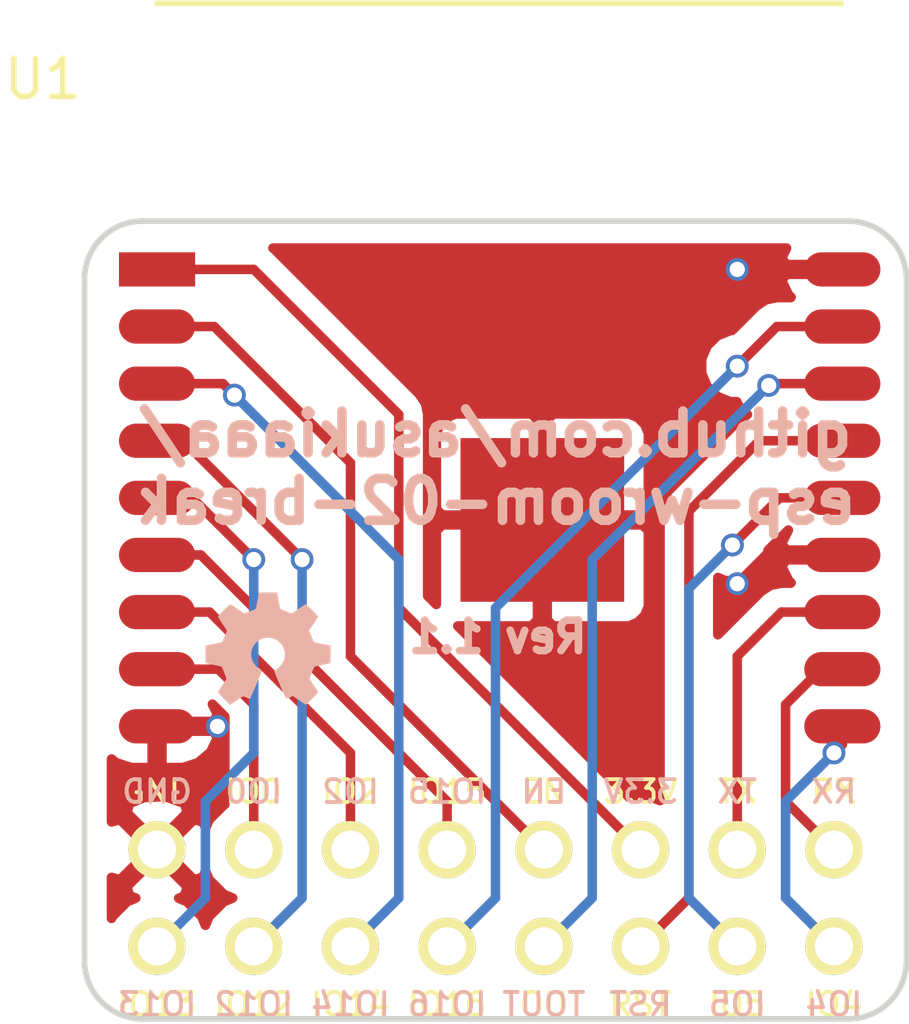
<source format=kicad_pcb>
(kicad_pcb (version 4) (host pcbnew 4.0.2+dfsg1-stable)

  (general
    (links 19)
    (no_connects 2)
    (area 146.609999 104.064999 168.350001 125.170001)
    (thickness 1.6)
    (drawings 42)
    (tracks 77)
    (zones 0)
    (modules 4)
    (nets 17)
  )

  (page A4)
  (layers
    (0 F.Cu signal)
    (31 B.Cu signal)
    (32 B.Adhes user)
    (33 F.Adhes user)
    (34 B.Paste user)
    (35 F.Paste user)
    (36 B.SilkS user)
    (37 F.SilkS user)
    (38 B.Mask user)
    (39 F.Mask user)
    (40 Dwgs.User user)
    (41 Cmts.User user)
    (42 Eco1.User user)
    (43 Eco2.User user)
    (44 Edge.Cuts user)
    (45 Margin user)
    (46 B.CrtYd user)
    (47 F.CrtYd user)
    (48 B.Fab user)
    (49 F.Fab user)
  )

  (setup
    (last_trace_width 0.25)
    (trace_clearance 0.2)
    (zone_clearance 0.508)
    (zone_45_only no)
    (trace_min 0.2)
    (segment_width 0.2)
    (edge_width 0.15)
    (via_size 0.6)
    (via_drill 0.4)
    (via_min_size 0.4)
    (via_min_drill 0.3)
    (uvia_size 0.3)
    (uvia_drill 0.1)
    (uvias_allowed no)
    (uvia_min_size 0.2)
    (uvia_min_drill 0.1)
    (pcb_text_width 0.3)
    (pcb_text_size 1.5 1.5)
    (mod_edge_width 0.15)
    (mod_text_size 1 1)
    (mod_text_width 0.15)
    (pad_size 1.524 1.524)
    (pad_drill 0.762)
    (pad_to_mask_clearance 0.2)
    (aux_axis_origin 0 0)
    (visible_elements FFFFFF7F)
    (pcbplotparams
      (layerselection 0x00030_80000001)
      (usegerberextensions false)
      (excludeedgelayer true)
      (linewidth 0.100000)
      (plotframeref false)
      (viasonmask false)
      (mode 1)
      (useauxorigin false)
      (hpglpennumber 1)
      (hpglpenspeed 20)
      (hpglpendiameter 15)
      (hpglpenoverlay 2)
      (psnegative false)
      (psa4output false)
      (plotreference true)
      (plotvalue true)
      (plotinvisibletext false)
      (padsonsilk false)
      (subtractmaskfromsilk false)
      (outputformat 1)
      (mirror false)
      (drillshape 1)
      (scaleselection 1)
      (outputdirectory ""))
  )

  (net 0 "")
  (net 1 "Net-(J1-Pad1)")
  (net 2 "Net-(J1-Pad2)")
  (net 3 "Net-(J1-Pad3)")
  (net 4 "Net-(J1-Pad4)")
  (net 5 "Net-(J1-Pad5)")
  (net 6 "Net-(J1-Pad6)")
  (net 7 "Net-(J2-Pad1)")
  (net 8 "Net-(J2-Pad2)")
  (net 9 "Net-(J2-Pad3)")
  (net 10 "Net-(J2-Pad4)")
  (net 11 "Net-(J2-Pad5)")
  (net 12 "Net-(J2-Pad6)")
  (net 13 "Net-(J1-Pad7)")
  (net 14 GND)
  (net 15 "Net-(J2-Pad7)")
  (net 16 "Net-(J2-Pad8)")

  (net_class Default "This is the default net class."
    (clearance 0.2)
    (trace_width 0.25)
    (via_dia 0.6)
    (via_drill 0.4)
    (uvia_dia 0.3)
    (uvia_drill 0.1)
    (add_net GND)
    (add_net "Net-(J1-Pad1)")
    (add_net "Net-(J1-Pad2)")
    (add_net "Net-(J1-Pad3)")
    (add_net "Net-(J1-Pad4)")
    (add_net "Net-(J1-Pad5)")
    (add_net "Net-(J1-Pad6)")
    (add_net "Net-(J1-Pad7)")
    (add_net "Net-(J2-Pad1)")
    (add_net "Net-(J2-Pad2)")
    (add_net "Net-(J2-Pad3)")
    (add_net "Net-(J2-Pad4)")
    (add_net "Net-(J2-Pad5)")
    (add_net "Net-(J2-Pad6)")
    (add_net "Net-(J2-Pad7)")
    (add_net "Net-(J2-Pad8)")
  )

  (module ESP8266:ESP-13-WROOM-02 (layer F.Cu) (tedit 5839B1DE) (tstamp 5839A5E9)
    (at 148.59 105.41)
    (descr "Module, ESP-8266, ESP-13-WROOM-02, 18 pad, SMD")
    (tags "Module ESP-8266 ESP8266")
    (path /58396523)
    (fp_text reference U1 (at -3 -5) (layer F.SilkS)
      (effects (font (size 1 1) (thickness 0.15)))
    )
    (fp_text value ESP-13-WROOM-02 (at 9 0) (layer F.Fab)
      (effects (font (size 1 1) (thickness 0.15)))
    )
    (fp_line (start 17.9705 -6.985) (end 0 -6.985) (layer F.SilkS) (width 0.1524))
    (fp_line (start 18 -7) (end 0 -1.2) (layer F.CrtYd) (width 0.1524))
    (fp_line (start 0 -7) (end 18 -1.2) (layer F.CrtYd) (width 0.1524))
    (fp_text user "No Copper" (at 9 -4) (layer F.CrtYd)
      (effects (font (size 1 1) (thickness 0.15)))
    )
    (fp_line (start 0 -7) (end 0 -1.2) (layer F.CrtYd) (width 0.1524))
    (fp_line (start 0 -1.2) (end 18 -1.2) (layer F.CrtYd) (width 0.1524))
    (fp_line (start 18 -1.2) (end 18 -7) (layer F.CrtYd) (width 0.1524))
    (fp_line (start 18 -7) (end 0 -7) (layer F.CrtYd) (width 0.1524))
    (fp_line (start 18 -7) (end 18 13) (layer F.Fab) (width 0.05))
    (fp_line (start 0 13) (end 18 13) (layer F.Fab) (width 0.05))
    (fp_line (start 0 13) (end 0 -7) (layer F.Fab) (width 0.05))
    (fp_line (start 0 -7) (end 18 -7) (layer F.Fab) (width 0.05))
    (pad 10 smd oval (at 18 12) (size 2 0.9) (layers F.Cu F.Paste F.Mask)
      (net 7 "Net-(J2-Pad1)"))
    (pad 9 smd oval (at 0 12) (size 2 0.9) (layers F.Cu F.Paste F.Mask)
      (net 14 GND))
    (pad 1 smd rect (at 0 0) (size 2 0.9) (layers F.Cu F.Paste F.Mask)
      (net 3 "Net-(J1-Pad3)"))
    (pad 2 smd oval (at 0 1.5) (size 2 0.9) (layers F.Cu F.Paste F.Mask)
      (net 4 "Net-(J1-Pad4)"))
    (pad 3 smd oval (at 0 3) (size 2 0.9) (layers F.Cu F.Paste F.Mask)
      (net 12 "Net-(J2-Pad6)"))
    (pad 4 smd oval (at 0 4.5) (size 2 0.9) (layers F.Cu F.Paste F.Mask)
      (net 15 "Net-(J2-Pad7)"))
    (pad 5 smd oval (at 0 6) (size 2 0.9) (layers F.Cu F.Paste F.Mask)
      (net 16 "Net-(J2-Pad8)"))
    (pad 6 smd oval (at 0 7.5) (size 2 0.9) (layers F.Cu F.Paste F.Mask)
      (net 5 "Net-(J1-Pad5)"))
    (pad 7 smd oval (at 0 9) (size 2 0.9) (layers F.Cu F.Paste F.Mask)
      (net 6 "Net-(J1-Pad6)"))
    (pad 8 smd oval (at 0 10.5) (size 2 0.9) (layers F.Cu F.Paste F.Mask)
      (net 13 "Net-(J1-Pad7)"))
    (pad 11 smd oval (at 18 10.5) (size 2 0.9) (layers F.Cu F.Paste F.Mask)
      (net 1 "Net-(J1-Pad1)"))
    (pad 12 smd oval (at 18 9) (size 2 0.9) (layers F.Cu F.Paste F.Mask)
      (net 2 "Net-(J1-Pad2)"))
    (pad 13 smd oval (at 18 7.5) (size 2 0.9) (layers F.Cu F.Paste F.Mask)
      (net 14 GND))
    (pad 14 smd oval (at 18 6) (size 2 0.9) (layers F.Cu F.Paste F.Mask)
      (net 8 "Net-(J2-Pad2)"))
    (pad 15 smd oval (at 18 4.5) (size 2 0.9) (layers F.Cu F.Paste F.Mask)
      (net 9 "Net-(J2-Pad3)"))
    (pad 16 smd oval (at 18 3) (size 2 0.9) (layers F.Cu F.Paste F.Mask)
      (net 10 "Net-(J2-Pad4)"))
    (pad 17 smd oval (at 18 1.5) (size 2 0.9) (layers F.Cu F.Paste F.Mask)
      (net 11 "Net-(J2-Pad5)"))
    (pad 18 smd oval (at 18 0) (size 2 0.9) (layers F.Cu F.Paste F.Mask)
      (net 14 GND))
    (pad PAD smd rect (at 10.12 6.58) (size 4.3 4.3) (layers F.Cu F.Paste F.Mask)
      (net 14 GND))
    (model ${ESPLIB}/ESP8266.3dshapes/ESP-13-wroom-02.wrl
      (at (xyz 0 0 0))
      (scale (xyz 0.3937 0.3937 0.3937))
      (rotate (xyz 0 0 0))
    )
  )

  (module simple_headers:Pin_Header_Straight_1x08_small (layer F.Cu) (tedit 5839A522) (tstamp 5839A5C6)
    (at 166.37 120.65 270)
    (descr "Through hole pin header")
    (tags "pin header")
    (path /58399F78)
    (fp_text reference J1 (at 0 -5.1 270) (layer F.SilkS) hide
      (effects (font (size 1 1) (thickness 0.15)))
    )
    (fp_text value HEADER_8 (at 0 -3.1 270) (layer F.Fab) hide
      (effects (font (size 1 1) (thickness 0.15)))
    )
    (pad 1 thru_hole circle (at 0 0 270) (size 1.5 1.5) (drill 1) (layers *.Cu *.Mask F.SilkS)
      (net 1 "Net-(J1-Pad1)"))
    (pad 2 thru_hole circle (at 0 2.54 270) (size 1.5 1.5) (drill 1) (layers *.Cu *.Mask F.SilkS)
      (net 2 "Net-(J1-Pad2)"))
    (pad 3 thru_hole circle (at 0 5.08 270) (size 1.5 1.5) (drill 1) (layers *.Cu *.Mask F.SilkS)
      (net 3 "Net-(J1-Pad3)"))
    (pad 4 thru_hole circle (at 0 7.62 270) (size 1.5 1.5) (drill 1) (layers *.Cu *.Mask F.SilkS)
      (net 4 "Net-(J1-Pad4)"))
    (pad 5 thru_hole circle (at 0 10.16 270) (size 1.5 1.5) (drill 1) (layers *.Cu *.Mask F.SilkS)
      (net 5 "Net-(J1-Pad5)"))
    (pad 6 thru_hole circle (at 0 12.7 270) (size 1.5 1.5) (drill 1) (layers *.Cu *.Mask F.SilkS)
      (net 6 "Net-(J1-Pad6)"))
    (pad 7 thru_hole circle (at 0 15.24 270) (size 1.5 1.5) (drill 1) (layers *.Cu *.Mask F.SilkS)
      (net 13 "Net-(J1-Pad7)"))
    (pad 8 thru_hole circle (at 0 17.78 270) (size 1.5 1.5) (drill 1) (layers *.Cu *.Mask F.SilkS)
      (net 14 GND))
    (model Pin_Headers.3dshapes/Pin_Header_Straight_1x08.wrl
      (at (xyz 0 -0.35 0))
      (scale (xyz 1 1 1))
      (rotate (xyz 0 0 90))
    )
  )

  (module simple_headers:Pin_Header_Straight_1x08_small (layer F.Cu) (tedit 5839A522) (tstamp 5839A5D2)
    (at 166.37 123.19 270)
    (descr "Through hole pin header")
    (tags "pin header")
    (path /58399FB2)
    (fp_text reference J2 (at 0 -5.1 270) (layer F.SilkS) hide
      (effects (font (size 1 1) (thickness 0.15)))
    )
    (fp_text value HEADER_8 (at 0 -3.1 270) (layer F.Fab) hide
      (effects (font (size 1 1) (thickness 0.15)))
    )
    (pad 1 thru_hole circle (at 0 0 270) (size 1.5 1.5) (drill 1) (layers *.Cu *.Mask F.SilkS)
      (net 7 "Net-(J2-Pad1)"))
    (pad 2 thru_hole circle (at 0 2.54 270) (size 1.5 1.5) (drill 1) (layers *.Cu *.Mask F.SilkS)
      (net 8 "Net-(J2-Pad2)"))
    (pad 3 thru_hole circle (at 0 5.08 270) (size 1.5 1.5) (drill 1) (layers *.Cu *.Mask F.SilkS)
      (net 9 "Net-(J2-Pad3)"))
    (pad 4 thru_hole circle (at 0 7.62 270) (size 1.5 1.5) (drill 1) (layers *.Cu *.Mask F.SilkS)
      (net 10 "Net-(J2-Pad4)"))
    (pad 5 thru_hole circle (at 0 10.16 270) (size 1.5 1.5) (drill 1) (layers *.Cu *.Mask F.SilkS)
      (net 11 "Net-(J2-Pad5)"))
    (pad 6 thru_hole circle (at 0 12.7 270) (size 1.5 1.5) (drill 1) (layers *.Cu *.Mask F.SilkS)
      (net 12 "Net-(J2-Pad6)"))
    (pad 7 thru_hole circle (at 0 15.24 270) (size 1.5 1.5) (drill 1) (layers *.Cu *.Mask F.SilkS)
      (net 15 "Net-(J2-Pad7)"))
    (pad 8 thru_hole circle (at 0 17.78 270) (size 1.5 1.5) (drill 1) (layers *.Cu *.Mask F.SilkS)
      (net 16 "Net-(J2-Pad8)"))
    (model Pin_Headers.3dshapes/Pin_Header_Straight_1x08.wrl
      (at (xyz 0 -0.35 0))
      (scale (xyz 1 1 1))
      (rotate (xyz 0 0 90))
    )
  )

  (module oshw-logo:oshw-3p4mm (layer B.Cu) (tedit 0) (tstamp 586BA47A)
    (at 151.511 115.3795 180)
    (fp_text reference G*** (at 0 0 180) (layer B.SilkS) hide
      (effects (font (thickness 0.3)) (justify mirror))
    )
    (fp_text value LOGO (at 0.75 0 180) (layer B.SilkS) hide
      (effects (font (thickness 0.3)) (justify mirror))
    )
    (fp_poly (pts (xy 0.275625 1.278283) (xy 0.28777 1.213229) (xy 0.299235 1.154924) (xy 0.309227 1.107164)
      (xy 0.316955 1.073748) (xy 0.321479 1.058739) (xy 0.334974 1.047928) (xy 0.364634 1.031911)
      (xy 0.405827 1.012571) (xy 0.453918 0.991794) (xy 0.504273 0.971462) (xy 0.552259 0.953459)
      (xy 0.593242 0.939671) (xy 0.622588 0.931979) (xy 0.634528 0.931465) (xy 0.648514 0.939502)
      (xy 0.677391 0.957992) (xy 0.717907 0.984788) (xy 0.766812 1.017745) (xy 0.814003 1.049997)
      (xy 0.867479 1.086534) (xy 0.915302 1.118756) (xy 0.954253 1.144529) (xy 0.981112 1.161719)
      (xy 0.992188 1.168053) (xy 1.004331 1.162411) (xy 1.028606 1.143465) (xy 1.062105 1.11409)
      (xy 1.101921 1.077157) (xy 1.145148 1.03554) (xy 1.188877 0.992112) (xy 1.230202 0.949745)
      (xy 1.266215 0.911314) (xy 1.294009 0.87969) (xy 1.310678 0.857747) (xy 1.314174 0.849856)
      (xy 1.30818 0.835579) (xy 1.291517 0.806387) (xy 1.266162 0.76547) (xy 1.23409 0.716022)
      (xy 1.198218 0.662609) (xy 1.161555 0.608182) (xy 1.12966 0.559476) (xy 1.104502 0.519609)
      (xy 1.088047 0.491696) (xy 1.082261 0.478927) (xy 1.086511 0.463964) (xy 1.097947 0.433512)
      (xy 1.114592 0.392184) (xy 1.134475 0.344589) (xy 1.155619 0.295339) (xy 1.176053 0.249044)
      (xy 1.1938 0.210315) (xy 1.206888 0.183762) (xy 1.212629 0.174432) (xy 1.224679 0.170659)
      (xy 1.254359 0.163635) (xy 1.297591 0.154178) (xy 1.350297 0.143108) (xy 1.408397 0.131244)
      (xy 1.467815 0.119404) (xy 1.524471 0.108407) (xy 1.574288 0.099072) (xy 1.613185 0.092218)
      (xy 1.637087 0.088664) (xy 1.641401 0.088348) (xy 1.643715 0.077972) (xy 1.645264 0.049478)
      (xy 1.64611 0.006822) (xy 1.646312 -0.046041) (xy 1.64593 -0.105158) (xy 1.645023 -0.166573)
      (xy 1.643652 -0.226331) (xy 1.641875 -0.280478) (xy 1.639753 -0.325059) (xy 1.637345 -0.35612)
      (xy 1.634712 -0.369706) (xy 1.63448 -0.369929) (xy 1.620515 -0.374079) (xy 1.588527 -0.381411)
      (xy 1.542222 -0.391144) (xy 1.485306 -0.402495) (xy 1.429355 -0.413208) (xy 1.364876 -0.426013)
      (xy 1.308077 -0.438601) (xy 1.26264 -0.450055) (xy 1.232244 -0.459459) (xy 1.221087 -0.46504)
      (xy 1.212051 -0.480596) (xy 1.197318 -0.512066) (xy 1.178783 -0.554756) (xy 1.158336 -0.603971)
      (xy 1.137872 -0.655013) (xy 1.119282 -0.703188) (xy 1.104459 -0.743801) (xy 1.095296 -0.772154)
      (xy 1.093263 -0.782171) (xy 1.099295 -0.795653) (xy 1.116001 -0.823962) (xy 1.141335 -0.863866)
      (xy 1.173256 -0.912133) (xy 1.203739 -0.956883) (xy 1.239683 -1.010002) (xy 1.270735 -1.057845)
      (xy 1.29484 -1.097085) (xy 1.309945 -1.124397) (xy 1.314174 -1.135643) (xy 1.306729 -1.14804)
      (xy 1.286335 -1.172761) (xy 1.2559 -1.206816) (xy 1.218336 -1.247211) (xy 1.176551 -1.290955)
      (xy 1.133455 -1.335056) (xy 1.091959 -1.376522) (xy 1.054972 -1.41236) (xy 1.025403 -1.439578)
      (xy 1.006163 -1.455185) (xy 1.000935 -1.457739) (xy 0.989182 -1.451779) (xy 0.962489 -1.435276)
      (xy 0.924049 -1.410296) (xy 0.877055 -1.378906) (xy 0.838293 -1.35252) (xy 0.786184 -1.317082)
      (xy 0.739484 -1.285899) (xy 0.701621 -1.261216) (xy 0.676023 -1.245275) (xy 0.66714 -1.240483)
      (xy 0.648945 -1.241741) (xy 0.617469 -1.251497) (xy 0.578887 -1.26779) (xy 0.574261 -1.27)
      (xy 0.536074 -1.286809) (xy 0.504354 -1.297758) (xy 0.485199 -1.300793) (xy 0.483815 -1.30045)
      (xy 0.47719 -1.289714) (xy 0.463348 -1.261404) (xy 0.443505 -1.218358) (xy 0.418877 -1.163415)
      (xy 0.390678 -1.099416) (xy 0.360126 -1.029199) (xy 0.328435 -0.955604) (xy 0.296821 -0.881469)
      (xy 0.2665 -0.809635) (xy 0.238687 -0.74294) (xy 0.214598 -0.684224) (xy 0.195449 -0.636325)
      (xy 0.182455 -0.602084) (xy 0.176831 -0.584339) (xy 0.176696 -0.583135) (xy 0.184969 -0.57395)
      (xy 0.20706 -0.555233) (xy 0.238877 -0.53038) (xy 0.253573 -0.51936) (xy 0.330537 -0.450235)
      (xy 0.389124 -0.372168) (xy 0.429154 -0.287651) (xy 0.450447 -0.199175) (xy 0.452823 -0.109232)
      (xy 0.436104 -0.020313) (xy 0.400108 0.065091) (xy 0.344658 0.144487) (xy 0.304421 0.185968)
      (xy 0.22826 0.242614) (xy 0.146448 0.279805) (xy 0.061448 0.298628) (xy -0.024274 0.300171)
      (xy -0.108256 0.285522) (xy -0.188033 0.255767) (xy -0.261141 0.211994) (xy -0.325116 0.15529)
      (xy -0.377494 0.086743) (xy -0.415811 0.007439) (xy -0.437602 -0.081534) (xy -0.441739 -0.143289)
      (xy -0.431299 -0.242212) (xy -0.400193 -0.333644) (xy -0.348741 -0.416983) (xy -0.277263 -0.491624)
      (xy -0.242529 -0.51936) (xy -0.207941 -0.545731) (xy -0.181424 -0.567338) (xy -0.167071 -0.580786)
      (xy -0.165652 -0.583135) (xy -0.169854 -0.597753) (xy -0.181647 -0.629358) (xy -0.199817 -0.675111)
      (xy -0.223145 -0.732172) (xy -0.250415 -0.797702) (xy -0.280411 -0.868862) (xy -0.311915 -0.942812)
      (xy -0.343712 -1.016714) (xy -0.374584 -1.087727) (xy -0.403315 -1.153012) (xy -0.428689 -1.209731)
      (xy -0.449487 -1.255043) (xy -0.464495 -1.286109) (xy -0.472495 -1.300091) (xy -0.473076 -1.300567)
      (xy -0.489823 -1.298762) (xy -0.520157 -1.288581) (xy -0.558196 -1.27208) (xy -0.56738 -1.267625)
      (xy -0.646043 -1.228681) (xy -0.813446 -1.34321) (xy -0.867123 -1.379597) (xy -0.914703 -1.411215)
      (xy -0.953142 -1.436092) (xy -0.979391 -1.452254) (xy -0.99029 -1.457739) (xy -1.000664 -1.450268)
      (xy -1.023989 -1.429454) (xy -1.057724 -1.397694) (xy -1.099326 -1.357387) (xy -1.146253 -1.31093)
      (xy -1.15143 -1.305748) (xy -1.198454 -1.257723) (xy -1.239547 -1.214016) (xy -1.272291 -1.17734)
      (xy -1.294271 -1.150412) (xy -1.303068 -1.135945) (xy -1.30313 -1.135352) (xy -1.297091 -1.120609)
      (xy -1.280342 -1.09116) (xy -1.254938 -1.050322) (xy -1.222933 -1.001415) (xy -1.192695 -0.956883)
      (xy -1.156814 -0.904082) (xy -1.125798 -0.856922) (xy -1.101691 -0.818635) (xy -1.086536 -0.792454)
      (xy -1.08222 -0.782171) (xy -1.086318 -0.765138) (xy -1.097396 -0.732573) (xy -1.11356 -0.689173)
      (xy -1.132918 -0.639633) (xy -1.153577 -0.588649) (xy -1.173644 -0.540916) (xy -1.191227 -0.50113)
      (xy -1.204434 -0.473986) (xy -1.210043 -0.46504) (xy -1.225203 -0.458026) (xy -1.258452 -0.448203)
      (xy -1.306109 -0.436488) (xy -1.364493 -0.423798) (xy -1.418311 -0.413208) (xy -1.481503 -0.401079)
      (xy -1.537345 -0.389879) (xy -1.582134 -0.380393) (xy -1.612162 -0.3734) (xy -1.623436 -0.369929)
      (xy -1.626086 -0.358011) (xy -1.628515 -0.328282) (xy -1.630663 -0.284696) (xy -1.632472 -0.231209)
      (xy -1.63388 -0.171774) (xy -1.634829 -0.110346) (xy -1.635258 -0.050881) (xy -1.635108 0.002668)
      (xy -1.634319 0.046346) (xy -1.632831 0.076198) (xy -1.630585 0.088269) (xy -1.630358 0.088348)
      (xy -1.613257 0.090427) (xy -1.579603 0.096118) (xy -1.533473 0.104603) (xy -1.478947 0.115062)
      (xy -1.420102 0.126677) (xy -1.361017 0.138628) (xy -1.305771 0.150098) (xy -1.258441 0.160267)
      (xy -1.223106 0.168317) (xy -1.203845 0.173428) (xy -1.201585 0.174432) (xy -1.193564 0.18813)
      (xy -1.179327 0.217641) (xy -1.160847 0.258354) (xy -1.140099 0.305658) (xy -1.119056 0.354943)
      (xy -1.099694 0.401597) (xy -1.083985 0.441011) (xy -1.073904 0.468573) (xy -1.071217 0.478927)
      (xy -1.077192 0.492041) (xy -1.093806 0.520175) (xy -1.11909 0.560212) (xy -1.151079 0.609037)
      (xy -1.187174 0.662609) (xy -1.223892 0.717304) (xy -1.255824 0.766582) (xy -1.280991 0.807251)
      (xy -1.297418 0.836118) (xy -1.30313 0.849856) (xy -1.295617 0.863639) (xy -1.275015 0.889042)
      (xy -1.244231 0.923192) (xy -1.206174 0.963217) (xy -1.163749 1.006244) (xy -1.119864 1.049398)
      (xy -1.077427 1.089809) (xy -1.039344 1.124601) (xy -1.008523 1.150903) (xy -0.987871 1.165842)
      (xy -0.981144 1.168053) (xy -0.967591 1.16018) (xy -0.939111 1.141848) (xy -0.898926 1.115189)
      (xy -0.850255 1.082337) (xy -0.80296 1.049997) (xy -0.749375 1.013408) (xy -0.701332 0.981097)
      (xy -0.662079 0.955211) (xy -0.634868 0.937898) (xy -0.623484 0.931465) (xy -0.606679 0.932972)
      (xy -0.574558 0.942073) (xy -0.531754 0.956884) (xy -0.482901 0.97552) (xy -0.432633 0.996098)
      (xy -0.385584 1.016733) (xy -0.346387 1.035543) (xy -0.319677 1.050642) (xy -0.310435 1.058739)
      (xy -0.3056 1.074982) (xy -0.297744 1.109182) (xy -0.287662 1.157542) (xy -0.276145 1.216263)
      (xy -0.264581 1.278283) (xy -0.227912 1.479826) (xy 0.238956 1.479826) (xy 0.275625 1.278283)) (layer B.SilkS) (width 0.01))
  )

  (gr_line (start 146.685 123.571) (end 146.685 105.664) (angle 90) (layer Edge.Cuts) (width 0.15))
  (gr_line (start 166.751 125.095) (end 148.209 125.095) (angle 90) (layer Edge.Cuts) (width 0.15))
  (gr_line (start 168.275 105.664) (end 168.275 123.571) (angle 90) (layer Edge.Cuts) (width 0.15))
  (gr_line (start 148.209 104.14) (end 166.751 104.14) (angle 90) (layer Edge.Cuts) (width 0.15))
  (gr_arc (start 166.751 105.664) (end 166.751 104.14) (angle 90) (layer Edge.Cuts) (width 0.15))
  (gr_arc (start 148.209 105.664) (end 146.685 105.664) (angle 90) (layer Edge.Cuts) (width 0.15))
  (gr_arc (start 148.209 123.571) (end 148.209 125.095) (angle 90) (layer Edge.Cuts) (width 0.15))
  (gr_arc (start 166.751 123.571) (end 168.275 123.571) (angle 90) (layer Edge.Cuts) (width 0.15))
  (gr_text "Rev 1.1" (at 157.5435 115.062) (layer B.SilkS)
    (effects (font (size 0.8 0.8) (thickness 0.2)) (justify mirror))
  )
  (gr_text "github.com/asukiaaa/\nesp-wroom-02-break" (at 157.48 110.617) (layer B.SilkS)
    (effects (font (size 1.1 1.1) (thickness 0.25)) (justify mirror))
  )
  (gr_text IO13 (at 148.59 124.714) (layer B.SilkS)
    (effects (font (size 0.6 0.6) (thickness 0.1)) (justify mirror))
  )
  (gr_text IO12 (at 151.13 124.714) (layer B.SilkS)
    (effects (font (size 0.6 0.6) (thickness 0.1)) (justify mirror))
  )
  (gr_text IO14 (at 153.67 124.714) (layer B.SilkS)
    (effects (font (size 0.6 0.6) (thickness 0.1)) (justify mirror))
  )
  (gr_text IO16 (at 156.21 124.714) (layer B.SilkS)
    (effects (font (size 0.6 0.6) (thickness 0.1)) (justify mirror))
  )
  (gr_text TOUT (at 158.75 124.714) (layer B.SilkS)
    (effects (font (size 0.6 0.6) (thickness 0.1)) (justify mirror))
  )
  (gr_text RST (at 161.29 124.714) (layer B.SilkS)
    (effects (font (size 0.6 0.6) (thickness 0.1)) (justify mirror))
  )
  (gr_text IO5 (at 163.83 124.714) (layer B.SilkS)
    (effects (font (size 0.6 0.6) (thickness 0.1)) (justify mirror))
  )
  (gr_text IO4 (at 166.37 124.714) (layer B.SilkS)
    (effects (font (size 0.6 0.6) (thickness 0.1)) (justify mirror))
  )
  (gr_text RX (at 166.37 119.126) (layer B.SilkS)
    (effects (font (size 0.6 0.6) (thickness 0.1)) (justify mirror))
  )
  (gr_text TX (at 163.83 119.126) (layer B.SilkS)
    (effects (font (size 0.6 0.6) (thickness 0.1)) (justify mirror))
  )
  (gr_text 3.3V (at 161.29 119.126) (layer B.SilkS)
    (effects (font (size 0.6 0.6) (thickness 0.1)) (justify mirror))
  )
  (gr_text EN (at 158.75 119.126) (layer B.SilkS)
    (effects (font (size 0.6 0.6) (thickness 0.1)) (justify mirror))
  )
  (gr_text IO15 (at 156.21 119.126) (layer B.SilkS)
    (effects (font (size 0.6 0.6) (thickness 0.1)) (justify mirror))
  )
  (gr_text IO2 (at 153.67 119.126) (layer B.SilkS)
    (effects (font (size 0.6 0.6) (thickness 0.1)) (justify mirror))
  )
  (gr_text IO0 (at 151.13 119.126) (layer B.SilkS)
    (effects (font (size 0.6 0.6) (thickness 0.1)) (justify mirror))
  )
  (gr_text GND (at 148.59 119.126) (layer F.SilkS)
    (effects (font (size 0.6 0.6) (thickness 0.1)))
  )
  (gr_text IO4 (at 166.37 124.714) (layer F.SilkS)
    (effects (font (size 0.6 0.6) (thickness 0.1)))
  )
  (gr_text RST (at 161.29 124.714) (layer F.SilkS)
    (effects (font (size 0.6 0.6) (thickness 0.1)))
  )
  (gr_text TOUT (at 158.75 124.714) (layer F.SilkS)
    (effects (font (size 0.6 0.6) (thickness 0.1)))
  )
  (gr_text IO5 (at 163.83 124.714) (layer F.SilkS)
    (effects (font (size 0.6 0.6) (thickness 0.1)))
  )
  (gr_text IO16 (at 156.21 124.714) (layer F.SilkS)
    (effects (font (size 0.6 0.6) (thickness 0.1)))
  )
  (gr_text IO14 (at 153.67 124.714) (layer F.SilkS)
    (effects (font (size 0.6 0.6) (thickness 0.1)))
  )
  (gr_text IO12 (at 151.13 124.714) (layer F.SilkS)
    (effects (font (size 0.6 0.6) (thickness 0.1)))
  )
  (gr_text IO13 (at 148.59 124.714) (layer F.SilkS)
    (effects (font (size 0.6 0.6) (thickness 0.1)))
  )
  (gr_text RX (at 166.37 119.126) (layer F.SilkS)
    (effects (font (size 0.6 0.6) (thickness 0.1)))
  )
  (gr_text TX (at 163.83 119.126) (layer F.SilkS)
    (effects (font (size 0.6 0.6) (thickness 0.1)))
  )
  (gr_text 3.3V (at 161.29 119.126) (layer F.SilkS)
    (effects (font (size 0.6 0.6) (thickness 0.1)))
  )
  (gr_text EN (at 158.75 119.126) (layer F.SilkS)
    (effects (font (size 0.6 0.6) (thickness 0.1)))
  )
  (gr_text IO15 (at 156.21 119.126) (layer F.SilkS)
    (effects (font (size 0.6 0.6) (thickness 0.1)))
  )
  (gr_text IO2 (at 153.67 119.126) (layer F.SilkS)
    (effects (font (size 0.6 0.6) (thickness 0.1)))
  )
  (gr_text IO0 (at 151.13 119.126) (layer F.SilkS)
    (effects (font (size 0.6 0.6) (thickness 0.1)))
  )
  (gr_text GND (at 148.59 119.126) (layer B.SilkS)
    (effects (font (size 0.6 0.6) (thickness 0.1)) (justify mirror))
  )

  (segment (start 165.1 119.38) (end 166.37 120.65) (width 0.25) (layer F.Cu) (net 1) (tstamp 5839A644))
  (segment (start 165.1 116.84) (end 165.1 119.38) (width 0.25) (layer F.Cu) (net 1) (tstamp 5839A642))
  (segment (start 166.03 115.91) (end 165.1 116.84) (width 0.25) (layer F.Cu) (net 1) (tstamp 5839A641))
  (segment (start 166.59 115.91) (end 166.03 115.91) (width 0.25) (layer F.Cu) (net 1))
  (segment (start 166.59 114.41) (end 164.99 114.41) (width 0.25) (layer F.Cu) (net 2))
  (segment (start 163.83 115.57) (end 163.83 120.65) (width 0.25) (layer F.Cu) (net 2) (tstamp 5839A63E))
  (segment (start 164.99 114.41) (end 163.83 115.57) (width 0.25) (layer F.Cu) (net 2) (tstamp 5839A63D))
  (segment (start 148.59 105.41) (end 151.13 105.41) (width 0.25) (layer F.Cu) (net 3))
  (segment (start 154.94 114.3) (end 161.29 120.65) (width 0.25) (layer F.Cu) (net 3) (tstamp 5839A61D))
  (segment (start 154.94 109.22) (end 154.94 114.3) (width 0.25) (layer F.Cu) (net 3) (tstamp 5839A61B))
  (segment (start 151.13 105.41) (end 154.94 109.22) (width 0.25) (layer F.Cu) (net 3) (tstamp 5839A619))
  (segment (start 148.59 106.91) (end 150.09 106.91) (width 0.25) (layer F.Cu) (net 4))
  (segment (start 153.67 115.57) (end 158.75 120.65) (width 0.25) (layer F.Cu) (net 4) (tstamp 5839A625))
  (segment (start 153.67 110.49) (end 153.67 115.57) (width 0.25) (layer F.Cu) (net 4) (tstamp 5839A623))
  (segment (start 150.09 106.91) (end 153.67 110.49) (width 0.25) (layer F.Cu) (net 4) (tstamp 5839A621))
  (segment (start 148.59 112.91) (end 149.74 112.91) (width 0.25) (layer F.Cu) (net 5))
  (segment (start 156.21 119.38) (end 156.21 120.65) (width 0.25) (layer F.Cu) (net 5) (tstamp 5839A62F))
  (segment (start 149.74 112.91) (end 156.21 119.38) (width 0.25) (layer F.Cu) (net 5) (tstamp 5839A62E))
  (segment (start 148.59 114.41) (end 149.97 114.41) (width 0.25) (layer F.Cu) (net 6))
  (segment (start 153.67 118.11) (end 153.67 120.65) (width 0.25) (layer F.Cu) (net 6) (tstamp 5839A635))
  (segment (start 149.97 114.41) (end 153.67 118.11) (width 0.25) (layer F.Cu) (net 6) (tstamp 5839A633))
  (segment (start 166.59 117.41) (end 166.59 117.89) (width 0.25) (layer F.Cu) (net 7))
  (segment (start 165.1 121.92) (end 166.37 123.19) (width 0.25) (layer B.Cu) (net 7) (tstamp 5839A7C1))
  (segment (start 165.1 119.38) (end 165.1 121.92) (width 0.25) (layer B.Cu) (net 7) (tstamp 5839A7C0))
  (segment (start 166.37 118.11) (end 165.1 119.38) (width 0.25) (layer B.Cu) (net 7) (tstamp 5839A7BF))
  (via (at 166.37 118.11) (size 0.6) (drill 0.4) (layers F.Cu B.Cu) (net 7))
  (segment (start 166.59 117.89) (end 166.37 118.11) (width 0.25) (layer F.Cu) (net 7) (tstamp 5839A7BC))
  (segment (start 162.56 113.792) (end 163.703 112.649) (width 0.25) (layer B.Cu) (net 8))
  (segment (start 162.56 113.792) (end 162.56 121.92) (width 0.25) (layer B.Cu) (net 8) (tstamp 5839A760))
  (segment (start 163.83 123.19) (end 162.56 121.92) (width 0.25) (layer B.Cu) (net 8) (tstamp 5839A761))
  (segment (start 164.942 111.41) (end 166.59 111.41) (width 0.25) (layer F.Cu) (net 8) (tstamp 586BA5ED))
  (segment (start 163.703 112.649) (end 164.942 111.41) (width 0.25) (layer F.Cu) (net 8) (tstamp 586BA5EC))
  (via (at 163.703 112.649) (size 0.6) (drill 0.4) (layers F.Cu B.Cu) (net 8))
  (segment (start 166.59 109.91) (end 164.41 109.91) (width 0.25) (layer F.Cu) (net 9))
  (segment (start 162.56 121.92) (end 161.29 123.19) (width 0.25) (layer F.Cu) (net 9) (tstamp 5839A755))
  (segment (start 162.56 111.76) (end 162.56 121.92) (width 0.25) (layer F.Cu) (net 9) (tstamp 5839A753))
  (segment (start 164.41 109.91) (end 162.56 111.76) (width 0.25) (layer F.Cu) (net 9) (tstamp 5839A749))
  (segment (start 160.02 113.03) (end 160.02 121.92) (width 0.25) (layer B.Cu) (net 10) (tstamp 5839A73C))
  (segment (start 166.59 108.41) (end 164.64 108.41) (width 0.25) (layer F.Cu) (net 10))
  (segment (start 160.02 121.92) (end 158.75 123.19) (width 0.25) (layer B.Cu) (net 10) (tstamp 5839A73E))
  (segment (start 164.6555 108.458) (end 160.02 113.03) (width 0.25) (layer B.Cu) (net 10) (tstamp 5839A73B))
  (via (at 164.6555 108.458) (size 0.6) (drill 0.4) (layers F.Cu B.Cu) (net 10))
  (segment (start 164.64 108.41) (end 164.6555 108.458) (width 0.25) (layer F.Cu) (net 10) (tstamp 5839A737))
  (segment (start 157.48 114.3) (end 157.48 121.92) (width 0.25) (layer B.Cu) (net 11) (tstamp 5839A72E))
  (segment (start 166.59 106.91) (end 164.87 106.91) (width 0.25) (layer F.Cu) (net 11))
  (segment (start 157.48 121.92) (end 156.21 123.19) (width 0.25) (layer B.Cu) (net 11) (tstamp 5839A730))
  (segment (start 163.83 107.95) (end 157.48 114.3) (width 0.25) (layer B.Cu) (net 11) (tstamp 5839A72D))
  (via (at 163.83 107.95) (size 0.6) (drill 0.4) (layers F.Cu B.Cu) (net 11))
  (segment (start 164.87 106.91) (end 163.83 107.95) (width 0.25) (layer F.Cu) (net 11) (tstamp 5839A728))
  (segment (start 154.94 113.03) (end 154.94 121.92) (width 0.25) (layer B.Cu) (net 12) (tstamp 5839A7E2))
  (segment (start 148.59 108.41) (end 150.32 108.41) (width 0.25) (layer F.Cu) (net 12))
  (segment (start 154.94 121.92) (end 153.67 123.19) (width 0.25) (layer B.Cu) (net 12) (tstamp 5839A7E3))
  (segment (start 150.622 108.712) (end 154.94 113.03) (width 0.25) (layer B.Cu) (net 12) (tstamp 5839A7E1))
  (via (at 150.622 108.712) (size 0.6) (drill 0.4) (layers F.Cu B.Cu) (net 12))
  (segment (start 150.32 108.41) (end 150.622 108.712) (width 0.25) (layer F.Cu) (net 12) (tstamp 5839A7D8))
  (segment (start 148.59 115.91) (end 150.2 115.91) (width 0.25) (layer F.Cu) (net 13))
  (segment (start 151.13 116.84) (end 151.13 120.65) (width 0.25) (layer F.Cu) (net 13) (tstamp 5839A63A))
  (segment (start 150.2 115.91) (end 151.13 116.84) (width 0.25) (layer F.Cu) (net 13) (tstamp 5839A639))
  (segment (start 148.59 117.41) (end 150.1775 117.4115) (width 0.25) (layer F.Cu) (net 14))
  (via (at 150.1775 117.4115) (size 0.6) (drill 0.4) (layers F.Cu B.Cu) (net 14))
  (segment (start 166.59 105.41) (end 163.83 105.41) (width 0.25) (layer F.Cu) (net 14))
  (via (at 163.83 105.41) (size 0.6) (drill 0.4) (layers F.Cu B.Cu) (net 14))
  (segment (start 166.59 112.91) (end 164.585 112.91) (width 0.25) (layer F.Cu) (net 14))
  (via (at 163.83 113.665) (size 0.6) (drill 0.4) (layers F.Cu B.Cu) (net 14))
  (segment (start 164.585 112.91) (end 163.83 113.665) (width 0.25) (layer F.Cu) (net 14) (tstamp 5839A971))
  (segment (start 148.59 109.91) (end 149.28 109.91) (width 0.25) (layer F.Cu) (net 15))
  (segment (start 149.28 109.91) (end 152.4 113.03) (width 0.25) (layer F.Cu) (net 15) (tstamp 586BA5DB))
  (segment (start 152.4 121.92) (end 151.13 123.19) (width 0.25) (layer B.Cu) (net 15) (tstamp 5839A7F6))
  (segment (start 152.4 113.03) (end 152.4 121.92) (width 0.25) (layer B.Cu) (net 15) (tstamp 5839A7F5))
  (via (at 152.4 113.03) (size 0.6) (drill 0.4) (layers F.Cu B.Cu) (net 15))
  (segment (start 151.13 118.11) (end 149.86 119.38) (width 0.25) (layer B.Cu) (net 16) (tstamp 5839A814))
  (segment (start 149.86 119.38) (end 149.86 121.92) (width 0.25) (layer B.Cu) (net 16) (tstamp 5839A816))
  (segment (start 148.59 111.41) (end 149.51 111.41) (width 0.25) (layer F.Cu) (net 16))
  (segment (start 149.51 111.41) (end 151.13 113.03) (width 0.25) (layer F.Cu) (net 16) (tstamp 5839A805))
  (via (at 151.13 113.03) (size 0.6) (drill 0.4) (layers F.Cu B.Cu) (net 16))
  (segment (start 151.13 113.03) (end 151.13 118.11) (width 0.25) (layer B.Cu) (net 16) (tstamp 5839A813))
  (segment (start 149.86 121.92) (end 148.59 123.19) (width 0.25) (layer B.Cu) (net 16) (tstamp 5839A817))

  (zone (net 14) (net_name GND) (layer F.Cu) (tstamp 5839A885) (hatch edge 0.508)
    (connect_pads (clearance 0.508))
    (min_thickness 0.254)
    (fill yes (arc_segments 16) (thermal_gap 0.508) (thermal_bridge_width 0.508))
    (polygon
      (pts
        (xy 168.275 125.095) (xy 146.685 125.095) (xy 146.685 104.14) (xy 168.275 104.14) (xy 168.275 125.095)
      )
    )
    (filled_polygon
      (pts
        (xy 150.37 117.154802) (xy 150.37 119.465453) (xy 150.346485 119.475169) (xy 149.956539 119.864436) (xy 149.866623 120.080979)
        (xy 149.80246 119.926077) (xy 149.561517 119.858088) (xy 148.769605 120.65) (xy 149.561517 121.441912) (xy 149.80246 121.373923)
        (xy 149.861732 121.207379) (xy 149.955169 121.433515) (xy 150.344436 121.823461) (xy 150.57687 121.919976) (xy 150.346485 122.015169)
        (xy 149.956539 122.404436) (xy 149.860024 122.63687) (xy 149.764831 122.406485) (xy 149.375564 122.016539) (xy 149.159021 121.926623)
        (xy 149.313923 121.86246) (xy 149.381912 121.621517) (xy 148.59 120.829605) (xy 147.798088 121.621517) (xy 147.866077 121.86246)
        (xy 148.032621 121.921732) (xy 147.806485 122.015169) (xy 147.416539 122.404436) (xy 147.395 122.456308) (xy 147.395 121.37885)
        (xy 147.618483 121.441912) (xy 148.410395 120.65) (xy 147.618483 119.858088) (xy 147.395 119.92115) (xy 147.395 119.678483)
        (xy 147.798088 119.678483) (xy 148.59 120.470395) (xy 149.381912 119.678483) (xy 149.313923 119.43754) (xy 148.794829 119.252799)
        (xy 148.244552 119.28077) (xy 147.866077 119.43754) (xy 147.798088 119.678483) (xy 147.395 119.678483) (xy 147.395 118.268012)
        (xy 147.507456 118.363808) (xy 147.913 118.495) (xy 148.463 118.495) (xy 148.463 117.537) (xy 148.717 117.537)
        (xy 148.717 118.495) (xy 149.267 118.495) (xy 149.672544 118.363808) (xy 149.997013 118.087408) (xy 150.184408 117.704001)
        (xy 150.057502 117.537) (xy 148.717 117.537) (xy 148.463 117.537) (xy 148.443 117.537) (xy 148.443 117.283)
        (xy 148.463 117.283) (xy 148.463 117.263) (xy 148.717 117.263) (xy 148.717 117.283) (xy 150.057502 117.283)
        (xy 150.184408 117.115999) (xy 150.044072 116.828874)
      )
    )
    (filled_polygon
      (pts
        (xy 164.995592 105.115999) (xy 165.122498 105.283) (xy 166.463 105.283) (xy 166.463 105.263) (xy 166.717 105.263)
        (xy 166.717 105.283) (xy 166.737 105.283) (xy 166.737 105.537) (xy 166.717 105.537) (xy 166.717 105.557)
        (xy 166.463 105.557) (xy 166.463 105.537) (xy 165.122498 105.537) (xy 164.995592 105.704001) (xy 165.182987 106.087408)
        (xy 165.244816 106.140077) (xy 165.240757 106.142789) (xy 165.235939 106.15) (xy 164.87 106.15) (xy 164.579161 106.207852)
        (xy 164.332599 106.372599) (xy 163.69032 107.014878) (xy 163.644833 107.014838) (xy 163.301057 107.156883) (xy 163.037808 107.419673)
        (xy 162.895162 107.763201) (xy 162.894838 108.135167) (xy 163.036883 108.478943) (xy 163.299673 108.742192) (xy 163.643201 108.884838)
        (xy 163.820258 108.884992) (xy 163.862383 108.986943) (xy 164.097413 109.222384) (xy 163.872599 109.372599) (xy 162.022599 111.222599)
        (xy 161.857852 111.469161) (xy 161.8 111.76) (xy 161.8 119.362115) (xy 161.566702 119.265241) (xy 161.015715 119.26476)
        (xy 160.990132 119.27533) (xy 156.489802 114.775) (xy 158.42425 114.775) (xy 158.583 114.61625) (xy 158.583 112.117)
        (xy 158.837 112.117) (xy 158.837 114.61625) (xy 158.99575 114.775) (xy 160.986309 114.775) (xy 161.219698 114.678327)
        (xy 161.398327 114.499699) (xy 161.495 114.26631) (xy 161.495 112.27575) (xy 161.33625 112.117) (xy 158.837 112.117)
        (xy 158.583 112.117) (xy 156.08375 112.117) (xy 155.925 112.27575) (xy 155.925 114.210198) (xy 155.7 113.985198)
        (xy 155.7 109.71369) (xy 155.925 109.71369) (xy 155.925 111.70425) (xy 156.08375 111.863) (xy 158.583 111.863)
        (xy 158.583 109.36375) (xy 158.837 109.36375) (xy 158.837 111.863) (xy 161.33625 111.863) (xy 161.495 111.70425)
        (xy 161.495 109.71369) (xy 161.398327 109.480301) (xy 161.219698 109.301673) (xy 160.986309 109.205) (xy 158.99575 109.205)
        (xy 158.837 109.36375) (xy 158.583 109.36375) (xy 158.42425 109.205) (xy 156.433691 109.205) (xy 156.200302 109.301673)
        (xy 156.021673 109.480301) (xy 155.925 109.71369) (xy 155.7 109.71369) (xy 155.7 109.22) (xy 155.642148 108.929161)
        (xy 155.477401 108.682599) (xy 151.667401 104.872599) (xy 151.633579 104.85) (xy 165.125602 104.85)
      )
    )
    (filled_polygon
      (pts
        (xy 164.995592 112.615999) (xy 165.122498 112.783) (xy 166.463 112.783) (xy 166.463 112.763) (xy 166.717 112.763)
        (xy 166.717 112.783) (xy 166.737 112.783) (xy 166.737 113.037) (xy 166.717 113.037) (xy 166.717 113.057)
        (xy 166.463 113.057) (xy 166.463 113.037) (xy 165.122498 113.037) (xy 164.995592 113.204001) (xy 165.182987 113.587408)
        (xy 165.244816 113.640077) (xy 165.240757 113.642789) (xy 165.235939 113.65) (xy 164.99 113.65) (xy 164.699161 113.707852)
        (xy 164.452599 113.872599) (xy 163.32 115.005198) (xy 163.32 113.502368) (xy 163.516201 113.583838) (xy 163.888167 113.584162)
        (xy 164.231943 113.442117) (xy 164.495192 113.179327) (xy 164.637838 112.835799) (xy 164.637879 112.788923) (xy 165.172257 112.254545)
      )
    )
  )
  (zone (net 14) (net_name GND) (layer B.Cu) (tstamp 5839A91A) (hatch edge 0.508)
    (connect_pads (clearance 0.508))
    (min_thickness 0.254)
    (fill (arc_segments 16) (thermal_gap 0.508) (thermal_bridge_width 0.508))
    (polygon
      (pts
        (xy 168.275 125.095) (xy 146.685 125.095) (xy 146.685 104.14) (xy 168.275 104.14) (xy 168.275 125.095)
      )
    )
  )
)

</source>
